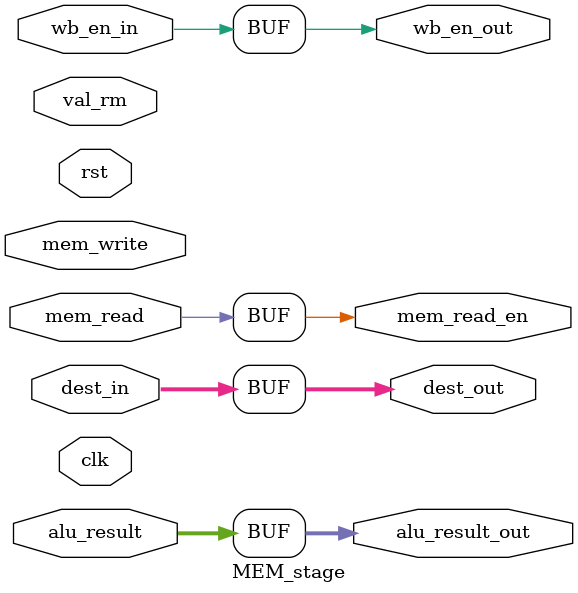
<source format=v>
module MEM_stage (
    input  clk,
    input  rst,
    input mem_read,
    input mem_write,
    input [31:0] alu_result,
    input [31:0] val_rm,
    input wb_en_in,
    input [3:0] dest_in,
    output mem_read_en,
    output wb_en_out,
    output [3:0] dest_out,
    output [31:0] alu_result_out
);


    
    assign mem_read_en = mem_read;
    assign wb_en_out = wb_en_in; 
    assign dest_out = dest_in;
    assign alu_result_out = alu_result;

endmodule

</source>
